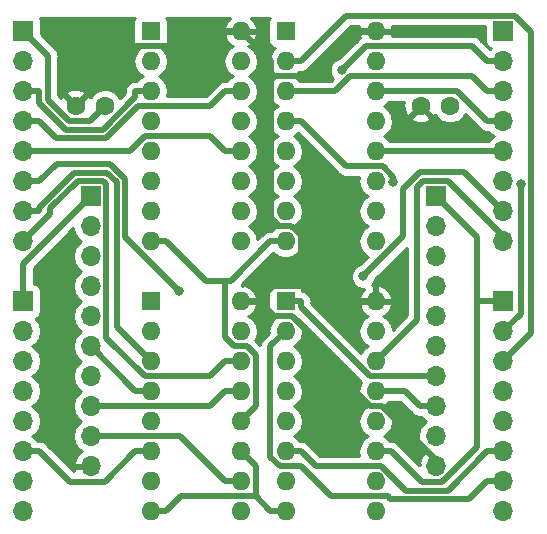
<source format=gbr>
G04 #@! TF.GenerationSoftware,KiCad,Pcbnew,(5.0.1-3-g963ef8bb5)*
G04 #@! TF.CreationDate,2019-11-01T03:37:21+09:00*
G04 #@! TF.ProjectId,DDAC8SEXT,4444414338534558542E6B696361645F,rev?*
G04 #@! TF.SameCoordinates,Original*
G04 #@! TF.FileFunction,Copper,L1,Top,Signal*
G04 #@! TF.FilePolarity,Positive*
%FSLAX46Y46*%
G04 Gerber Fmt 4.6, Leading zero omitted, Abs format (unit mm)*
G04 Created by KiCad (PCBNEW (5.0.1-3-g963ef8bb5)) date 2019 November 01, Friday 03:37:21*
%MOMM*%
%LPD*%
G01*
G04 APERTURE LIST*
G04 #@! TA.AperFunction,ComponentPad*
%ADD10C,1.600000*%
G04 #@! TD*
G04 #@! TA.AperFunction,ComponentPad*
%ADD11R,1.700000X1.700000*%
G04 #@! TD*
G04 #@! TA.AperFunction,ComponentPad*
%ADD12O,1.700000X1.700000*%
G04 #@! TD*
G04 #@! TA.AperFunction,ComponentPad*
%ADD13R,1.600000X1.600000*%
G04 #@! TD*
G04 #@! TA.AperFunction,ComponentPad*
%ADD14O,1.600000X1.600000*%
G04 #@! TD*
G04 #@! TA.AperFunction,ViaPad*
%ADD15C,0.800000*%
G04 #@! TD*
G04 #@! TA.AperFunction,Conductor*
%ADD16C,0.500000*%
G04 #@! TD*
G04 #@! TA.AperFunction,Conductor*
%ADD17C,0.254000*%
G04 #@! TD*
G04 APERTURE END LIST*
D10*
G04 #@! TO.P,C1,1*
G04 #@! TO.N,+5V*
X100965000Y-83185000D03*
G04 #@! TO.P,C1,2*
G04 #@! TO.N,GND*
X103465000Y-83185000D03*
G04 #@! TD*
G04 #@! TO.P,C2,2*
G04 #@! TO.N,GND*
X132675000Y-83185000D03*
G04 #@! TO.P,C2,1*
G04 #@! TO.N,+5V*
X130175000Y-83185000D03*
G04 #@! TD*
D11*
G04 #@! TO.P,J1,1*
G04 #@! TO.N,GND*
X102235000Y-90805000D03*
D12*
G04 #@! TO.P,J1,2*
G04 #@! TO.N,/L0*
X102235000Y-93345000D03*
G04 #@! TO.P,J1,3*
G04 #@! TO.N,/L1*
X102235000Y-95885000D03*
G04 #@! TO.P,J1,4*
G04 #@! TO.N,/L2*
X102235000Y-98425000D03*
G04 #@! TO.P,J1,5*
G04 #@! TO.N,/L3*
X102235000Y-100965000D03*
G04 #@! TO.P,J1,6*
G04 #@! TO.N,/L4*
X102235000Y-103505000D03*
G04 #@! TO.P,J1,7*
G04 #@! TO.N,/L5*
X102235000Y-106045000D03*
G04 #@! TO.P,J1,8*
G04 #@! TO.N,/L6*
X102235000Y-108585000D03*
G04 #@! TO.P,J1,9*
G04 #@! TO.N,/L7*
X102235000Y-111125000D03*
G04 #@! TO.P,J1,10*
G04 #@! TO.N,+5V*
X102235000Y-113665000D03*
G04 #@! TD*
D11*
G04 #@! TO.P,J2,1*
G04 #@! TO.N,GND*
X96520000Y-76835000D03*
D12*
G04 #@! TO.P,J2,2*
G04 #@! TO.N,/A0*
X96520000Y-79375000D03*
G04 #@! TO.P,J2,3*
G04 #@! TO.N,/A1*
X96520000Y-81915000D03*
G04 #@! TO.P,J2,4*
G04 #@! TO.N,/A2*
X96520000Y-84455000D03*
G04 #@! TO.P,J2,5*
G04 #@! TO.N,/A3*
X96520000Y-86995000D03*
G04 #@! TO.P,J2,6*
G04 #@! TO.N,/A4*
X96520000Y-89535000D03*
G04 #@! TO.P,J2,7*
G04 #@! TO.N,/A5*
X96520000Y-92075000D03*
G04 #@! TO.P,J2,8*
G04 #@! TO.N,/A6*
X96520000Y-94615000D03*
G04 #@! TD*
G04 #@! TO.P,J3,8*
G04 #@! TO.N,/B6*
X96520000Y-117475000D03*
G04 #@! TO.P,J3,7*
G04 #@! TO.N,/B5*
X96520000Y-114935000D03*
G04 #@! TO.P,J3,6*
G04 #@! TO.N,/B4*
X96520000Y-112395000D03*
G04 #@! TO.P,J3,5*
G04 #@! TO.N,/B3*
X96520000Y-109855000D03*
G04 #@! TO.P,J3,4*
G04 #@! TO.N,/B2*
X96520000Y-107315000D03*
G04 #@! TO.P,J3,3*
G04 #@! TO.N,/B1*
X96520000Y-104775000D03*
G04 #@! TO.P,J3,2*
G04 #@! TO.N,/B0*
X96520000Y-102235000D03*
D11*
G04 #@! TO.P,J3,1*
G04 #@! TO.N,GND*
X96520000Y-99695000D03*
G04 #@! TD*
D12*
G04 #@! TO.P,J4,10*
G04 #@! TO.N,+5V*
X131445000Y-113665000D03*
G04 #@! TO.P,J4,9*
G04 #@! TO.N,/R7*
X131445000Y-111125000D03*
G04 #@! TO.P,J4,8*
G04 #@! TO.N,/R6*
X131445000Y-108585000D03*
G04 #@! TO.P,J4,7*
G04 #@! TO.N,/R5*
X131445000Y-106045000D03*
G04 #@! TO.P,J4,6*
G04 #@! TO.N,/R4*
X131445000Y-103505000D03*
G04 #@! TO.P,J4,5*
G04 #@! TO.N,/R3*
X131445000Y-100965000D03*
G04 #@! TO.P,J4,4*
G04 #@! TO.N,/R2*
X131445000Y-98425000D03*
G04 #@! TO.P,J4,3*
G04 #@! TO.N,/R1*
X131445000Y-95885000D03*
G04 #@! TO.P,J4,2*
G04 #@! TO.N,/R0*
X131445000Y-93345000D03*
D11*
G04 #@! TO.P,J4,1*
G04 #@! TO.N,GND*
X131445000Y-90805000D03*
G04 #@! TD*
G04 #@! TO.P,J5,1*
G04 #@! TO.N,GND*
X137160000Y-76835000D03*
D12*
G04 #@! TO.P,J5,2*
G04 #@! TO.N,/C0*
X137160000Y-79375000D03*
G04 #@! TO.P,J5,3*
G04 #@! TO.N,/C1*
X137160000Y-81915000D03*
G04 #@! TO.P,J5,4*
G04 #@! TO.N,/C2*
X137160000Y-84455000D03*
G04 #@! TO.P,J5,5*
G04 #@! TO.N,/C3*
X137160000Y-86995000D03*
G04 #@! TO.P,J5,6*
G04 #@! TO.N,/C4*
X137160000Y-89535000D03*
G04 #@! TO.P,J5,7*
G04 #@! TO.N,/C5*
X137160000Y-92075000D03*
G04 #@! TO.P,J5,8*
G04 #@! TO.N,/C6*
X137160000Y-94615000D03*
G04 #@! TD*
G04 #@! TO.P,J6,8*
G04 #@! TO.N,/D6*
X137160000Y-117475000D03*
G04 #@! TO.P,J6,7*
G04 #@! TO.N,/D5*
X137160000Y-114935000D03*
G04 #@! TO.P,J6,6*
G04 #@! TO.N,/D4*
X137160000Y-112395000D03*
G04 #@! TO.P,J6,5*
G04 #@! TO.N,/D3*
X137160000Y-109855000D03*
G04 #@! TO.P,J6,4*
G04 #@! TO.N,/D2*
X137160000Y-107315000D03*
G04 #@! TO.P,J6,3*
G04 #@! TO.N,/D1*
X137160000Y-104775000D03*
G04 #@! TO.P,J6,2*
G04 #@! TO.N,/D0*
X137160000Y-102235000D03*
D11*
G04 #@! TO.P,J6,1*
G04 #@! TO.N,GND*
X137160000Y-99695000D03*
G04 #@! TD*
D13*
G04 #@! TO.P,U1,1*
G04 #@! TO.N,/L1*
X107315000Y-76835000D03*
D14*
G04 #@! TO.P,U1,9*
G04 #@! TO.N,/LC*
X114935000Y-94615000D03*
G04 #@! TO.P,U1,2*
G04 #@! TO.N,/B1*
X107315000Y-79375000D03*
G04 #@! TO.P,U1,10*
G04 #@! TO.N,/L3*
X114935000Y-92075000D03*
G04 #@! TO.P,U1,3*
G04 #@! TO.N,/A1*
X107315000Y-81915000D03*
G04 #@! TO.P,U1,11*
G04 #@! TO.N,/B3*
X114935000Y-89535000D03*
G04 #@! TO.P,U1,4*
G04 #@! TO.N,/L0*
X107315000Y-84455000D03*
G04 #@! TO.P,U1,12*
G04 #@! TO.N,/A3*
X114935000Y-86995000D03*
G04 #@! TO.P,U1,5*
G04 #@! TO.N,/A0*
X107315000Y-86995000D03*
G04 #@! TO.P,U1,13*
G04 #@! TO.N,/L2*
X114935000Y-84455000D03*
G04 #@! TO.P,U1,6*
G04 #@! TO.N,/B0*
X107315000Y-89535000D03*
G04 #@! TO.P,U1,14*
G04 #@! TO.N,/A2*
X114935000Y-81915000D03*
G04 #@! TO.P,U1,7*
G04 #@! TO.N,GND*
X107315000Y-92075000D03*
G04 #@! TO.P,U1,15*
G04 #@! TO.N,/B2*
X114935000Y-79375000D03*
G04 #@! TO.P,U1,8*
G04 #@! TO.N,GND*
X107315000Y-94615000D03*
G04 #@! TO.P,U1,16*
G04 #@! TO.N,+5V*
X114935000Y-76835000D03*
G04 #@! TD*
G04 #@! TO.P,U2,16*
G04 #@! TO.N,+5V*
X114935000Y-99695000D03*
G04 #@! TO.P,U2,8*
G04 #@! TO.N,GND*
X107315000Y-117475000D03*
G04 #@! TO.P,U2,15*
G04 #@! TO.N,/B6*
X114935000Y-102235000D03*
G04 #@! TO.P,U2,7*
G04 #@! TO.N,/LC*
X107315000Y-114935000D03*
G04 #@! TO.P,U2,14*
G04 #@! TO.N,/A6*
X114935000Y-104775000D03*
G04 #@! TO.P,U2,6*
G04 #@! TO.N,/B4*
X107315000Y-112395000D03*
G04 #@! TO.P,U2,13*
G04 #@! TO.N,/L6*
X114935000Y-107315000D03*
G04 #@! TO.P,U2,5*
G04 #@! TO.N,/A4*
X107315000Y-109855000D03*
G04 #@! TO.P,U2,12*
G04 #@! TO.N,GND*
X114935000Y-109855000D03*
G04 #@! TO.P,U2,4*
G04 #@! TO.N,/L4*
X107315000Y-107315000D03*
G04 #@! TO.P,U2,11*
G04 #@! TO.N,GND*
X114935000Y-112395000D03*
G04 #@! TO.P,U2,3*
G04 #@! TO.N,/A5*
X107315000Y-104775000D03*
G04 #@! TO.P,U2,10*
G04 #@! TO.N,/L7*
X114935000Y-114935000D03*
G04 #@! TO.P,U2,2*
G04 #@! TO.N,/B5*
X107315000Y-102235000D03*
G04 #@! TO.P,U2,9*
G04 #@! TO.N,N/C*
X114935000Y-117475000D03*
D13*
G04 #@! TO.P,U2,1*
G04 #@! TO.N,/L5*
X107315000Y-99695000D03*
G04 #@! TD*
G04 #@! TO.P,U3,1*
G04 #@! TO.N,/R1*
X118745000Y-76835000D03*
D14*
G04 #@! TO.P,U3,9*
G04 #@! TO.N,/RC*
X126365000Y-94615000D03*
G04 #@! TO.P,U3,2*
G04 #@! TO.N,/D1*
X118745000Y-79375000D03*
G04 #@! TO.P,U3,10*
G04 #@! TO.N,/R3*
X126365000Y-92075000D03*
G04 #@! TO.P,U3,3*
G04 #@! TO.N,/C1*
X118745000Y-81915000D03*
G04 #@! TO.P,U3,11*
G04 #@! TO.N,/D3*
X126365000Y-89535000D03*
G04 #@! TO.P,U3,4*
G04 #@! TO.N,/R0*
X118745000Y-84455000D03*
G04 #@! TO.P,U3,12*
G04 #@! TO.N,/C3*
X126365000Y-86995000D03*
G04 #@! TO.P,U3,5*
G04 #@! TO.N,/C0*
X118745000Y-86995000D03*
G04 #@! TO.P,U3,13*
G04 #@! TO.N,/R2*
X126365000Y-84455000D03*
G04 #@! TO.P,U3,6*
G04 #@! TO.N,/D0*
X118745000Y-89535000D03*
G04 #@! TO.P,U3,14*
G04 #@! TO.N,/C2*
X126365000Y-81915000D03*
G04 #@! TO.P,U3,7*
G04 #@! TO.N,GND*
X118745000Y-92075000D03*
G04 #@! TO.P,U3,15*
G04 #@! TO.N,/D2*
X126365000Y-79375000D03*
G04 #@! TO.P,U3,8*
G04 #@! TO.N,GND*
X118745000Y-94615000D03*
G04 #@! TO.P,U3,16*
G04 #@! TO.N,+5V*
X126365000Y-76835000D03*
G04 #@! TD*
G04 #@! TO.P,U4,16*
G04 #@! TO.N,+5V*
X126365000Y-99695000D03*
G04 #@! TO.P,U4,8*
G04 #@! TO.N,GND*
X118745000Y-117475000D03*
G04 #@! TO.P,U4,15*
G04 #@! TO.N,/D6*
X126365000Y-102235000D03*
G04 #@! TO.P,U4,7*
G04 #@! TO.N,/RC*
X118745000Y-114935000D03*
G04 #@! TO.P,U4,14*
G04 #@! TO.N,/C6*
X126365000Y-104775000D03*
G04 #@! TO.P,U4,6*
G04 #@! TO.N,/D4*
X118745000Y-112395000D03*
G04 #@! TO.P,U4,13*
G04 #@! TO.N,/R6*
X126365000Y-107315000D03*
G04 #@! TO.P,U4,5*
G04 #@! TO.N,/C4*
X118745000Y-109855000D03*
G04 #@! TO.P,U4,12*
G04 #@! TO.N,GND*
X126365000Y-109855000D03*
G04 #@! TO.P,U4,4*
G04 #@! TO.N,/R4*
X118745000Y-107315000D03*
G04 #@! TO.P,U4,11*
G04 #@! TO.N,GND*
X126365000Y-112395000D03*
G04 #@! TO.P,U4,3*
G04 #@! TO.N,/C5*
X118745000Y-104775000D03*
G04 #@! TO.P,U4,10*
G04 #@! TO.N,/R7*
X126365000Y-114935000D03*
G04 #@! TO.P,U4,2*
G04 #@! TO.N,/D5*
X118745000Y-102235000D03*
G04 #@! TO.P,U4,9*
G04 #@! TO.N,N/C*
X126365000Y-117475000D03*
D13*
G04 #@! TO.P,U4,1*
G04 #@! TO.N,/R5*
X118745000Y-99695000D03*
G04 #@! TD*
D15*
G04 #@! TO.N,/A4*
X109761300Y-98826500D03*
G04 #@! TO.N,/R0*
X127875000Y-89572100D03*
G04 #@! TO.N,/C0*
X123510400Y-80135900D03*
G04 #@! TO.N,/C5*
X125312600Y-97598900D03*
G04 #@! TO.N,/D0*
X138646800Y-89767700D03*
G04 #@! TD*
D16*
G04 #@! TO.N,+5V*
X117488500Y-80645000D02*
X117488500Y-79388500D01*
X117488500Y-79388500D02*
X114935000Y-76835000D01*
X125065000Y-76835000D02*
X121255000Y-80645000D01*
X121255000Y-80645000D02*
X117488500Y-80645000D01*
X120012200Y-98444700D02*
X120012200Y-94113300D01*
X120012200Y-94113300D02*
X119243900Y-93345000D01*
X119243900Y-93345000D02*
X118150600Y-93345000D01*
X118150600Y-93345000D02*
X117488500Y-92682900D01*
X117488500Y-92682900D02*
X117488500Y-80645000D01*
X126365000Y-76835000D02*
X125065000Y-76835000D01*
X120012200Y-98444700D02*
X117719800Y-98444700D01*
X117719800Y-98444700D02*
X116860200Y-99304300D01*
X116860200Y-99304300D02*
X116860200Y-99695000D01*
X125065000Y-99695000D02*
X123814700Y-98444700D01*
X123814700Y-98444700D02*
X120012200Y-98444700D01*
X116860200Y-99695000D02*
X116860200Y-100047100D01*
X116860200Y-100047100D02*
X117758500Y-100945400D01*
X117758500Y-100945400D02*
X119292300Y-100945400D01*
X119292300Y-100945400D02*
X122574600Y-104227700D01*
X122574600Y-104227700D02*
X122574600Y-105293500D01*
X122574600Y-105293500D02*
X125866100Y-108585000D01*
X125866100Y-108585000D02*
X126903800Y-108585000D01*
X126903800Y-108585000D02*
X131445000Y-113126200D01*
X131445000Y-113126200D02*
X131445000Y-113665000D01*
X116860200Y-99695000D02*
X116235000Y-99695000D01*
X114935000Y-99695000D02*
X116235000Y-99695000D01*
X126365000Y-99695000D02*
X125065000Y-99695000D01*
X114935000Y-76835000D02*
X113635000Y-76835000D01*
X100965000Y-83185000D02*
X106064600Y-78085400D01*
X106064600Y-78085400D02*
X112384600Y-78085400D01*
X112384600Y-78085400D02*
X113635000Y-76835000D01*
G04 #@! TO.N,GND*
X118745000Y-94615000D02*
X117445000Y-94615000D01*
X113656300Y-97976100D02*
X111976100Y-97976100D01*
X111976100Y-97976100D02*
X108615000Y-94615000D01*
X117445000Y-94615000D02*
X114083900Y-97976100D01*
X114083900Y-97976100D02*
X113656300Y-97976100D01*
X114935000Y-109855000D02*
X116207300Y-108582700D01*
X116207300Y-108582700D02*
X116207300Y-104248100D01*
X116207300Y-104248100D02*
X115464200Y-103505000D01*
X115464200Y-103505000D02*
X114415900Y-103505000D01*
X114415900Y-103505000D02*
X113656300Y-102745400D01*
X113656300Y-102745400D02*
X113656300Y-97976100D01*
X107315000Y-94615000D02*
X108615000Y-94615000D01*
X116205000Y-116205000D02*
X109885000Y-116205000D01*
X109885000Y-116205000D02*
X108615000Y-117475000D01*
X117445000Y-117475000D02*
X117445000Y-117445000D01*
X117445000Y-117445000D02*
X116205000Y-116205000D01*
X116205000Y-116205000D02*
X116205000Y-113665000D01*
X116205000Y-113665000D02*
X114935000Y-112395000D01*
X118745000Y-117475000D02*
X117445000Y-117475000D01*
X107315000Y-117475000D02*
X108615000Y-117475000D01*
X134937500Y-99695000D02*
X134937500Y-94297500D01*
X134937500Y-94297500D02*
X131445000Y-90805000D01*
X127665000Y-112395000D02*
X130296200Y-115026200D01*
X130296200Y-115026200D02*
X131964800Y-115026200D01*
X131964800Y-115026200D02*
X134937500Y-112053500D01*
X134937500Y-112053500D02*
X134937500Y-99695000D01*
X134937500Y-99695000D02*
X135810000Y-99695000D01*
X137160000Y-99695000D02*
X135810000Y-99695000D01*
X103465000Y-83185000D02*
X102195100Y-84454900D01*
X102195100Y-84454900D02*
X100446100Y-84454900D01*
X100446100Y-84454900D02*
X98623800Y-82632600D01*
X98623800Y-82632600D02*
X98623800Y-78938800D01*
X98623800Y-78938800D02*
X96520000Y-76835000D01*
X126365000Y-112395000D02*
X127665000Y-112395000D01*
X96520000Y-98345000D02*
X96520000Y-96520000D01*
X96520000Y-96520000D02*
X102235000Y-90805000D01*
X96520000Y-99695000D02*
X96520000Y-98345000D01*
G04 #@! TO.N,/L4*
X107315000Y-107315000D02*
X106015000Y-107315000D01*
X106015000Y-107315000D02*
X106015000Y-107285000D01*
X106015000Y-107285000D02*
X102235000Y-103505000D01*
G04 #@! TO.N,/L6*
X114935000Y-107315000D02*
X113635000Y-107315000D01*
X113635000Y-107315000D02*
X112365000Y-108585000D01*
X112365000Y-108585000D02*
X102235000Y-108585000D01*
G04 #@! TO.N,/L7*
X114935000Y-114935000D02*
X113635000Y-114935000D01*
X113635000Y-114935000D02*
X109825000Y-111125000D01*
X109825000Y-111125000D02*
X102235000Y-111125000D01*
G04 #@! TO.N,/A1*
X106015000Y-81915000D02*
X106015000Y-82420800D01*
X106015000Y-82420800D02*
X103276200Y-85159600D01*
X103276200Y-85159600D02*
X100159900Y-85159600D01*
X100159900Y-85159600D02*
X97870000Y-82869700D01*
X97870000Y-82869700D02*
X97870000Y-81915000D01*
X96520000Y-81915000D02*
X97870000Y-81915000D01*
X107315000Y-81915000D02*
X106015000Y-81915000D01*
G04 #@! TO.N,/A2*
X113635000Y-81915000D02*
X112365000Y-83185000D01*
X112365000Y-83185000D02*
X106241300Y-83185000D01*
X106241300Y-83185000D02*
X103551000Y-85875300D01*
X103551000Y-85875300D02*
X99290300Y-85875300D01*
X99290300Y-85875300D02*
X97870000Y-84455000D01*
X114935000Y-81915000D02*
X113635000Y-81915000D01*
X96520000Y-84455000D02*
X97870000Y-84455000D01*
G04 #@! TO.N,/A3*
X114935000Y-86995000D02*
X113635000Y-86995000D01*
X113635000Y-86995000D02*
X112355800Y-85715800D01*
X112355800Y-85715800D02*
X106825800Y-85715800D01*
X106825800Y-85715800D02*
X105546600Y-86995000D01*
X105546600Y-86995000D02*
X96520000Y-86995000D01*
G04 #@! TO.N,/A4*
X97870000Y-89535000D02*
X99365800Y-88039200D01*
X99365800Y-88039200D02*
X103839100Y-88039200D01*
X103839100Y-88039200D02*
X105134100Y-89334200D01*
X105134100Y-89334200D02*
X105134100Y-94221900D01*
X105134100Y-94221900D02*
X109738700Y-98826500D01*
X109738700Y-98826500D02*
X109761300Y-98826500D01*
X96520000Y-89535000D02*
X97870000Y-89535000D01*
G04 #@! TO.N,/A5*
X96520000Y-92075000D02*
X97870000Y-92075000D01*
X107315000Y-104775000D02*
X104433700Y-101893700D01*
X104433700Y-101893700D02*
X104433700Y-89624300D01*
X104433700Y-89624300D02*
X103604300Y-88794900D01*
X103604300Y-88794900D02*
X100870400Y-88794900D01*
X100870400Y-88794900D02*
X97870000Y-91795300D01*
X97870000Y-91795300D02*
X97870000Y-92075000D01*
G04 #@! TO.N,/A6*
X114935000Y-104775000D02*
X113635000Y-104775000D01*
X113635000Y-104775000D02*
X112365000Y-106045000D01*
X112365000Y-106045000D02*
X106812100Y-106045000D01*
X106812100Y-106045000D02*
X103574300Y-102807200D01*
X103574300Y-102807200D02*
X103574300Y-89767900D01*
X103574300Y-89767900D02*
X103311000Y-89504600D01*
X103311000Y-89504600D02*
X101151200Y-89504600D01*
X101151200Y-89504600D02*
X98816700Y-91839100D01*
X98816700Y-91839100D02*
X98816700Y-92318300D01*
X98816700Y-92318300D02*
X96520000Y-94615000D01*
G04 #@! TO.N,/B4*
X96520000Y-112395000D02*
X97870000Y-112395000D01*
X107315000Y-112395000D02*
X106015000Y-112395000D01*
X106015000Y-112395000D02*
X103419300Y-114990700D01*
X103419300Y-114990700D02*
X100465700Y-114990700D01*
X100465700Y-114990700D02*
X97870000Y-112395000D01*
G04 #@! TO.N,/R6*
X131445000Y-108585000D02*
X130095000Y-108585000D01*
X126365000Y-107315000D02*
X128825000Y-107315000D01*
X128825000Y-107315000D02*
X130095000Y-108585000D01*
G04 #@! TO.N,/R5*
X118745000Y-99695000D02*
X120045000Y-99695000D01*
X120045000Y-99695000D02*
X120045000Y-100223400D01*
X120045000Y-100223400D02*
X125866600Y-106045000D01*
X125866600Y-106045000D02*
X131445000Y-106045000D01*
G04 #@! TO.N,/R0*
X118745000Y-84455000D02*
X120045000Y-84455000D01*
X120045000Y-84455000D02*
X123855000Y-88265000D01*
X123855000Y-88265000D02*
X126960700Y-88265000D01*
X126960700Y-88265000D02*
X127875000Y-89179300D01*
X127875000Y-89179300D02*
X127875000Y-89572100D01*
G04 #@! TO.N,/C0*
X137160000Y-79375000D02*
X135810000Y-79375000D01*
X123510400Y-80135900D02*
X125541200Y-78105100D01*
X125541200Y-78105100D02*
X134540100Y-78105100D01*
X134540100Y-78105100D02*
X135810000Y-79375000D01*
G04 #@! TO.N,/C1*
X120045000Y-81915000D02*
X122933900Y-81915000D01*
X122933900Y-81915000D02*
X124203800Y-80645100D01*
X124203800Y-80645100D02*
X134540100Y-80645100D01*
X134540100Y-80645100D02*
X135810000Y-81915000D01*
X137160000Y-81915000D02*
X135810000Y-81915000D01*
X118745000Y-81915000D02*
X120045000Y-81915000D01*
G04 #@! TO.N,/C2*
X137160000Y-84455000D02*
X135810000Y-84455000D01*
X126365000Y-81915000D02*
X133270000Y-81915000D01*
X133270000Y-81915000D02*
X135810000Y-84455000D01*
G04 #@! TO.N,/C3*
X135810000Y-86995000D02*
X127665000Y-86995000D01*
X137160000Y-86995000D02*
X135810000Y-86995000D01*
X126365000Y-86995000D02*
X127665000Y-86995000D01*
G04 #@! TO.N,/C5*
X125312600Y-97598900D02*
X128725400Y-94186100D01*
X128725400Y-94186100D02*
X128725400Y-90185600D01*
X128725400Y-90185600D02*
X130160000Y-88751000D01*
X130160000Y-88751000D02*
X133836000Y-88751000D01*
X133836000Y-88751000D02*
X137160000Y-92075000D01*
G04 #@! TO.N,/C6*
X126365000Y-104775000D02*
X129890700Y-101249300D01*
X129890700Y-101249300D02*
X129890700Y-90020000D01*
X129890700Y-90020000D02*
X130411200Y-89499500D01*
X130411200Y-89499500D02*
X132499500Y-89499500D01*
X132499500Y-89499500D02*
X137160000Y-94160000D01*
X137160000Y-94160000D02*
X137160000Y-94615000D01*
G04 #@! TO.N,/D5*
X137160000Y-114935000D02*
X135810000Y-114935000D01*
X118745000Y-102235000D02*
X117455000Y-103525000D01*
X117455000Y-103525000D02*
X117455000Y-112879900D01*
X117455000Y-112879900D02*
X118240100Y-113665000D01*
X118240100Y-113665000D02*
X120034600Y-113665000D01*
X120034600Y-113665000D02*
X122574600Y-116205000D01*
X122574600Y-116205000D02*
X127386100Y-116205000D01*
X127386100Y-116205000D02*
X127615400Y-116434300D01*
X127615400Y-116434300D02*
X134310700Y-116434300D01*
X134310700Y-116434300D02*
X135810000Y-114935000D01*
G04 #@! TO.N,/D4*
X137160000Y-112395000D02*
X135810000Y-112395000D01*
X118745000Y-112395000D02*
X120045000Y-112395000D01*
X120045000Y-112395000D02*
X121315000Y-113665000D01*
X121315000Y-113665000D02*
X126866700Y-113665000D01*
X126866700Y-113665000D02*
X128935600Y-115733900D01*
X128935600Y-115733900D02*
X132471100Y-115733900D01*
X132471100Y-115733900D02*
X135810000Y-112395000D01*
G04 #@! TO.N,/D1*
X118745000Y-79375000D02*
X120045000Y-79375000D01*
X120045000Y-79375000D02*
X123892100Y-75527900D01*
X123892100Y-75527900D02*
X138197900Y-75527900D01*
X138197900Y-75527900D02*
X139533500Y-76863500D01*
X139533500Y-76863500D02*
X139533500Y-102401500D01*
X139533500Y-102401500D02*
X137160000Y-104775000D01*
G04 #@! TO.N,/D0*
X138646800Y-89767700D02*
X138646800Y-100748200D01*
X138646800Y-100748200D02*
X137160000Y-102235000D01*
G04 #@! TD*
D17*
G04 #@! TO.N,+5V*
G36*
X100836161Y-93924418D02*
X101164375Y-94415625D01*
X101462761Y-94615000D01*
X101164375Y-94814375D01*
X100836161Y-95305582D01*
X100720908Y-95885000D01*
X100836161Y-96464418D01*
X101164375Y-96955625D01*
X101462761Y-97155000D01*
X101164375Y-97354375D01*
X100836161Y-97845582D01*
X100720908Y-98425000D01*
X100836161Y-99004418D01*
X101164375Y-99495625D01*
X101462761Y-99695000D01*
X101164375Y-99894375D01*
X100836161Y-100385582D01*
X100720908Y-100965000D01*
X100836161Y-101544418D01*
X101164375Y-102035625D01*
X101462761Y-102235000D01*
X101164375Y-102434375D01*
X100836161Y-102925582D01*
X100720908Y-103505000D01*
X100836161Y-104084418D01*
X101164375Y-104575625D01*
X101462761Y-104775000D01*
X101164375Y-104974375D01*
X100836161Y-105465582D01*
X100720908Y-106045000D01*
X100836161Y-106624418D01*
X101164375Y-107115625D01*
X101462761Y-107315000D01*
X101164375Y-107514375D01*
X100836161Y-108005582D01*
X100720908Y-108585000D01*
X100836161Y-109164418D01*
X101164375Y-109655625D01*
X101462761Y-109855000D01*
X101164375Y-110054375D01*
X100836161Y-110545582D01*
X100720908Y-111125000D01*
X100836161Y-111704418D01*
X101164375Y-112195625D01*
X101483478Y-112408843D01*
X101353642Y-112469817D01*
X100963355Y-112898076D01*
X100793524Y-113308110D01*
X100914845Y-113538000D01*
X102108000Y-113538000D01*
X102108000Y-113518000D01*
X102362000Y-113518000D01*
X102362000Y-113538000D01*
X102382000Y-113538000D01*
X102382000Y-113792000D01*
X102362000Y-113792000D01*
X102362000Y-113812000D01*
X102108000Y-113812000D01*
X102108000Y-113792000D01*
X100914845Y-113792000D01*
X100793524Y-114021890D01*
X100825379Y-114098800D01*
X98557425Y-111830847D01*
X98508049Y-111756951D01*
X98215310Y-111561348D01*
X97957165Y-111510000D01*
X97957161Y-111510000D01*
X97870000Y-111492663D01*
X97782839Y-111510000D01*
X97714656Y-111510000D01*
X97590625Y-111324375D01*
X97292239Y-111125000D01*
X97590625Y-110925625D01*
X97918839Y-110434418D01*
X98034092Y-109855000D01*
X97918839Y-109275582D01*
X97590625Y-108784375D01*
X97292239Y-108585000D01*
X97590625Y-108385625D01*
X97918839Y-107894418D01*
X98034092Y-107315000D01*
X97918839Y-106735582D01*
X97590625Y-106244375D01*
X97292239Y-106045000D01*
X97590625Y-105845625D01*
X97918839Y-105354418D01*
X98034092Y-104775000D01*
X97918839Y-104195582D01*
X97590625Y-103704375D01*
X97292239Y-103505000D01*
X97590625Y-103305625D01*
X97918839Y-102814418D01*
X98034092Y-102235000D01*
X97918839Y-101655582D01*
X97590625Y-101164375D01*
X97572381Y-101152184D01*
X97617765Y-101143157D01*
X97827809Y-101002809D01*
X97968157Y-100792765D01*
X98017440Y-100545000D01*
X98017440Y-98845000D01*
X97968157Y-98597235D01*
X97827809Y-98387191D01*
X97617765Y-98246843D01*
X97405000Y-98204522D01*
X97405000Y-96886578D01*
X100758349Y-93533230D01*
X100836161Y-93924418D01*
X100836161Y-93924418D01*
G37*
X100836161Y-93924418D02*
X101164375Y-94415625D01*
X101462761Y-94615000D01*
X101164375Y-94814375D01*
X100836161Y-95305582D01*
X100720908Y-95885000D01*
X100836161Y-96464418D01*
X101164375Y-96955625D01*
X101462761Y-97155000D01*
X101164375Y-97354375D01*
X100836161Y-97845582D01*
X100720908Y-98425000D01*
X100836161Y-99004418D01*
X101164375Y-99495625D01*
X101462761Y-99695000D01*
X101164375Y-99894375D01*
X100836161Y-100385582D01*
X100720908Y-100965000D01*
X100836161Y-101544418D01*
X101164375Y-102035625D01*
X101462761Y-102235000D01*
X101164375Y-102434375D01*
X100836161Y-102925582D01*
X100720908Y-103505000D01*
X100836161Y-104084418D01*
X101164375Y-104575625D01*
X101462761Y-104775000D01*
X101164375Y-104974375D01*
X100836161Y-105465582D01*
X100720908Y-106045000D01*
X100836161Y-106624418D01*
X101164375Y-107115625D01*
X101462761Y-107315000D01*
X101164375Y-107514375D01*
X100836161Y-108005582D01*
X100720908Y-108585000D01*
X100836161Y-109164418D01*
X101164375Y-109655625D01*
X101462761Y-109855000D01*
X101164375Y-110054375D01*
X100836161Y-110545582D01*
X100720908Y-111125000D01*
X100836161Y-111704418D01*
X101164375Y-112195625D01*
X101483478Y-112408843D01*
X101353642Y-112469817D01*
X100963355Y-112898076D01*
X100793524Y-113308110D01*
X100914845Y-113538000D01*
X102108000Y-113538000D01*
X102108000Y-113518000D01*
X102362000Y-113518000D01*
X102362000Y-113538000D01*
X102382000Y-113538000D01*
X102382000Y-113792000D01*
X102362000Y-113792000D01*
X102362000Y-113812000D01*
X102108000Y-113812000D01*
X102108000Y-113792000D01*
X100914845Y-113792000D01*
X100793524Y-114021890D01*
X100825379Y-114098800D01*
X98557425Y-111830847D01*
X98508049Y-111756951D01*
X98215310Y-111561348D01*
X97957165Y-111510000D01*
X97957161Y-111510000D01*
X97870000Y-111492663D01*
X97782839Y-111510000D01*
X97714656Y-111510000D01*
X97590625Y-111324375D01*
X97292239Y-111125000D01*
X97590625Y-110925625D01*
X97918839Y-110434418D01*
X98034092Y-109855000D01*
X97918839Y-109275582D01*
X97590625Y-108784375D01*
X97292239Y-108585000D01*
X97590625Y-108385625D01*
X97918839Y-107894418D01*
X98034092Y-107315000D01*
X97918839Y-106735582D01*
X97590625Y-106244375D01*
X97292239Y-106045000D01*
X97590625Y-105845625D01*
X97918839Y-105354418D01*
X98034092Y-104775000D01*
X97918839Y-104195582D01*
X97590625Y-103704375D01*
X97292239Y-103505000D01*
X97590625Y-103305625D01*
X97918839Y-102814418D01*
X98034092Y-102235000D01*
X97918839Y-101655582D01*
X97590625Y-101164375D01*
X97572381Y-101152184D01*
X97617765Y-101143157D01*
X97827809Y-101002809D01*
X97968157Y-100792765D01*
X98017440Y-100545000D01*
X98017440Y-98845000D01*
X97968157Y-98597235D01*
X97827809Y-98387191D01*
X97617765Y-98246843D01*
X97405000Y-98204522D01*
X97405000Y-96886578D01*
X100758349Y-93533230D01*
X100836161Y-93924418D01*
G36*
X131572000Y-113538000D02*
X131592000Y-113538000D01*
X131592000Y-113792000D01*
X131572000Y-113792000D01*
X131572000Y-113812000D01*
X131318000Y-113812000D01*
X131318000Y-113792000D01*
X131298000Y-113792000D01*
X131298000Y-113538000D01*
X131318000Y-113538000D01*
X131318000Y-113518000D01*
X131572000Y-113518000D01*
X131572000Y-113538000D01*
X131572000Y-113538000D01*
G37*
X131572000Y-113538000D02*
X131592000Y-113538000D01*
X131592000Y-113792000D01*
X131572000Y-113792000D01*
X131572000Y-113812000D01*
X131318000Y-113812000D01*
X131318000Y-113792000D01*
X131298000Y-113792000D01*
X131298000Y-113538000D01*
X131318000Y-113538000D01*
X131318000Y-113518000D01*
X131572000Y-113518000D01*
X131572000Y-113538000D01*
G36*
X129407577Y-109149156D02*
X129456951Y-109223049D01*
X129530844Y-109272423D01*
X129530845Y-109272424D01*
X129564769Y-109295091D01*
X129749690Y-109418652D01*
X130007835Y-109470000D01*
X130007839Y-109470000D01*
X130094999Y-109487337D01*
X130182159Y-109470000D01*
X130250344Y-109470000D01*
X130374375Y-109655625D01*
X130672761Y-109855000D01*
X130374375Y-110054375D01*
X130046161Y-110545582D01*
X129930908Y-111125000D01*
X130046161Y-111704418D01*
X130374375Y-112195625D01*
X130693478Y-112408843D01*
X130563642Y-112469817D01*
X130173355Y-112898076D01*
X130003524Y-113308110D01*
X130124844Y-113537998D01*
X130059577Y-113537998D01*
X128352425Y-111830847D01*
X128303049Y-111756951D01*
X128010310Y-111561348D01*
X127752165Y-111510000D01*
X127752161Y-111510000D01*
X127665000Y-111492663D01*
X127577839Y-111510000D01*
X127499521Y-111510000D01*
X127399577Y-111360423D01*
X127047242Y-111125000D01*
X127399577Y-110889577D01*
X127716740Y-110414909D01*
X127828113Y-109855000D01*
X127716740Y-109295091D01*
X127399577Y-108820423D01*
X127047242Y-108585000D01*
X127399577Y-108349577D01*
X127499521Y-108200000D01*
X128458422Y-108200000D01*
X129407577Y-109149156D01*
X129407577Y-109149156D01*
G37*
X129407577Y-109149156D02*
X129456951Y-109223049D01*
X129530844Y-109272423D01*
X129530845Y-109272424D01*
X129564769Y-109295091D01*
X129749690Y-109418652D01*
X130007835Y-109470000D01*
X130007839Y-109470000D01*
X130094999Y-109487337D01*
X130182159Y-109470000D01*
X130250344Y-109470000D01*
X130374375Y-109655625D01*
X130672761Y-109855000D01*
X130374375Y-110054375D01*
X130046161Y-110545582D01*
X129930908Y-111125000D01*
X130046161Y-111704418D01*
X130374375Y-112195625D01*
X130693478Y-112408843D01*
X130563642Y-112469817D01*
X130173355Y-112898076D01*
X130003524Y-113308110D01*
X130124844Y-113537998D01*
X130059577Y-113537998D01*
X128352425Y-111830847D01*
X128303049Y-111756951D01*
X128010310Y-111561348D01*
X127752165Y-111510000D01*
X127752161Y-111510000D01*
X127665000Y-111492663D01*
X127577839Y-111510000D01*
X127499521Y-111510000D01*
X127399577Y-111360423D01*
X127047242Y-111125000D01*
X127399577Y-110889577D01*
X127716740Y-110414909D01*
X127828113Y-109855000D01*
X127716740Y-109295091D01*
X127399577Y-108820423D01*
X127047242Y-108585000D01*
X127399577Y-108349577D01*
X127499521Y-108200000D01*
X128458422Y-108200000D01*
X129407577Y-109149156D01*
G36*
X125138170Y-106568149D02*
X125013260Y-106755091D01*
X124901887Y-107315000D01*
X125013260Y-107874909D01*
X125330423Y-108349577D01*
X125682758Y-108585000D01*
X125330423Y-108820423D01*
X125013260Y-109295091D01*
X124901887Y-109855000D01*
X125013260Y-110414909D01*
X125330423Y-110889577D01*
X125682758Y-111125000D01*
X125330423Y-111360423D01*
X125013260Y-111835091D01*
X124901887Y-112395000D01*
X124978468Y-112780000D01*
X121681579Y-112780000D01*
X120732425Y-111830847D01*
X120683049Y-111756951D01*
X120390310Y-111561348D01*
X120132165Y-111510000D01*
X120132161Y-111510000D01*
X120045000Y-111492663D01*
X119957839Y-111510000D01*
X119879521Y-111510000D01*
X119779577Y-111360423D01*
X119427242Y-111125000D01*
X119779577Y-110889577D01*
X120096740Y-110414909D01*
X120208113Y-109855000D01*
X120096740Y-109295091D01*
X119779577Y-108820423D01*
X119427242Y-108585000D01*
X119779577Y-108349577D01*
X120096740Y-107874909D01*
X120208113Y-107315000D01*
X120096740Y-106755091D01*
X119779577Y-106280423D01*
X119427242Y-106045000D01*
X119779577Y-105809577D01*
X120096740Y-105334909D01*
X120208113Y-104775000D01*
X120096740Y-104215091D01*
X119779577Y-103740423D01*
X119427242Y-103505000D01*
X119779577Y-103269577D01*
X120096740Y-102794909D01*
X120208113Y-102235000D01*
X120096740Y-101675091D01*
X119797966Y-101227944D01*
X125138170Y-106568149D01*
X125138170Y-106568149D01*
G37*
X125138170Y-106568149D02*
X125013260Y-106755091D01*
X124901887Y-107315000D01*
X125013260Y-107874909D01*
X125330423Y-108349577D01*
X125682758Y-108585000D01*
X125330423Y-108820423D01*
X125013260Y-109295091D01*
X124901887Y-109855000D01*
X125013260Y-110414909D01*
X125330423Y-110889577D01*
X125682758Y-111125000D01*
X125330423Y-111360423D01*
X125013260Y-111835091D01*
X124901887Y-112395000D01*
X124978468Y-112780000D01*
X121681579Y-112780000D01*
X120732425Y-111830847D01*
X120683049Y-111756951D01*
X120390310Y-111561348D01*
X120132165Y-111510000D01*
X120132161Y-111510000D01*
X120045000Y-111492663D01*
X119957839Y-111510000D01*
X119879521Y-111510000D01*
X119779577Y-111360423D01*
X119427242Y-111125000D01*
X119779577Y-110889577D01*
X120096740Y-110414909D01*
X120208113Y-109855000D01*
X120096740Y-109295091D01*
X119779577Y-108820423D01*
X119427242Y-108585000D01*
X119779577Y-108349577D01*
X120096740Y-107874909D01*
X120208113Y-107315000D01*
X120096740Y-106755091D01*
X119779577Y-106280423D01*
X119427242Y-106045000D01*
X119779577Y-105809577D01*
X120096740Y-105334909D01*
X120208113Y-104775000D01*
X120096740Y-104215091D01*
X119779577Y-103740423D01*
X119427242Y-103505000D01*
X119779577Y-103269577D01*
X120096740Y-102794909D01*
X120208113Y-102235000D01*
X120096740Y-101675091D01*
X119797966Y-101227944D01*
X125138170Y-106568149D01*
G36*
X123167577Y-88829156D02*
X123216951Y-88903049D01*
X123290844Y-88952423D01*
X123290845Y-88952424D01*
X123499937Y-89092135D01*
X123509690Y-89098652D01*
X123767835Y-89150000D01*
X123767839Y-89150000D01*
X123855000Y-89167337D01*
X123942161Y-89150000D01*
X124978468Y-89150000D01*
X124901887Y-89535000D01*
X125013260Y-90094909D01*
X125330423Y-90569577D01*
X125682758Y-90805000D01*
X125330423Y-91040423D01*
X125013260Y-91515091D01*
X124901887Y-92075000D01*
X125013260Y-92634909D01*
X125330423Y-93109577D01*
X125682758Y-93345000D01*
X125330423Y-93580423D01*
X125013260Y-94055091D01*
X124901887Y-94615000D01*
X125013260Y-95174909D01*
X125330423Y-95649577D01*
X125738006Y-95921915D01*
X125088453Y-96571469D01*
X124726320Y-96721469D01*
X124435169Y-97012620D01*
X124277600Y-97393026D01*
X124277600Y-97804774D01*
X124435169Y-98185180D01*
X124726320Y-98476331D01*
X125106726Y-98633900D01*
X125427170Y-98633900D01*
X125133959Y-98957577D01*
X124973096Y-99345961D01*
X125095085Y-99568000D01*
X126238000Y-99568000D01*
X126238000Y-98424371D01*
X126492000Y-98424371D01*
X126492000Y-99568000D01*
X127634915Y-99568000D01*
X127756904Y-99345961D01*
X127596041Y-98957577D01*
X127220134Y-98542611D01*
X126714041Y-98303086D01*
X126492000Y-98424371D01*
X126238000Y-98424371D01*
X126052284Y-98322927D01*
X126190031Y-98185180D01*
X126340031Y-97823047D01*
X129005701Y-95157378D01*
X129005700Y-100882721D01*
X127799130Y-102089292D01*
X127716740Y-101675091D01*
X127399577Y-101200423D01*
X127015892Y-100944053D01*
X127220134Y-100847389D01*
X127596041Y-100432423D01*
X127756904Y-100044039D01*
X127634915Y-99822000D01*
X126492000Y-99822000D01*
X126492000Y-99842000D01*
X126238000Y-99842000D01*
X126238000Y-99822000D01*
X125095085Y-99822000D01*
X124973096Y-100044039D01*
X125133959Y-100432423D01*
X125509866Y-100847389D01*
X125714108Y-100944053D01*
X125330423Y-101200423D01*
X125013260Y-101675091D01*
X124901887Y-102235000D01*
X125013260Y-102794909D01*
X125330423Y-103269577D01*
X125682758Y-103505000D01*
X125330423Y-103740423D01*
X125123413Y-104050235D01*
X120930000Y-99856822D01*
X120930000Y-99782164D01*
X120947338Y-99695000D01*
X120921711Y-99566161D01*
X120878652Y-99349690D01*
X120683049Y-99056951D01*
X120534326Y-98957577D01*
X120390310Y-98861348D01*
X120177319Y-98818982D01*
X120143157Y-98647235D01*
X120002809Y-98437191D01*
X119792765Y-98296843D01*
X119545000Y-98247560D01*
X117945000Y-98247560D01*
X117697235Y-98296843D01*
X117487191Y-98437191D01*
X117346843Y-98647235D01*
X117297560Y-98895000D01*
X117297560Y-100495000D01*
X117346843Y-100742765D01*
X117487191Y-100952809D01*
X117697235Y-101093157D01*
X117831106Y-101119785D01*
X117710423Y-101200423D01*
X117393260Y-101675091D01*
X117281887Y-102235000D01*
X117316983Y-102411439D01*
X116890847Y-102837575D01*
X116816951Y-102886951D01*
X116621348Y-103179691D01*
X116583043Y-103372264D01*
X116174166Y-102963388D01*
X116286740Y-102794909D01*
X116398113Y-102235000D01*
X116286740Y-101675091D01*
X115969577Y-101200423D01*
X115585892Y-100944053D01*
X115790134Y-100847389D01*
X116166041Y-100432423D01*
X116326904Y-100044039D01*
X116204915Y-99822000D01*
X115062000Y-99822000D01*
X115062000Y-99842000D01*
X114808000Y-99842000D01*
X114808000Y-99822000D01*
X114788000Y-99822000D01*
X114788000Y-99568000D01*
X114808000Y-99568000D01*
X114808000Y-99548000D01*
X115062000Y-99548000D01*
X115062000Y-99568000D01*
X116204915Y-99568000D01*
X116326904Y-99345961D01*
X116166041Y-98957577D01*
X115790134Y-98542611D01*
X115284041Y-98303086D01*
X115062002Y-98424370D01*
X115062002Y-98260000D01*
X115051578Y-98260000D01*
X117691028Y-95620551D01*
X117710423Y-95649577D01*
X118185091Y-95966740D01*
X118603667Y-96050000D01*
X118886333Y-96050000D01*
X119304909Y-95966740D01*
X119779577Y-95649577D01*
X120096740Y-95174909D01*
X120208113Y-94615000D01*
X120096740Y-94055091D01*
X119779577Y-93580423D01*
X119427242Y-93345000D01*
X119779577Y-93109577D01*
X120096740Y-92634909D01*
X120208113Y-92075000D01*
X120096740Y-91515091D01*
X119779577Y-91040423D01*
X119427242Y-90805000D01*
X119779577Y-90569577D01*
X120096740Y-90094909D01*
X120208113Y-89535000D01*
X120096740Y-88975091D01*
X119779577Y-88500423D01*
X119427242Y-88265000D01*
X119779577Y-88029577D01*
X120096740Y-87554909D01*
X120208113Y-86995000D01*
X120096740Y-86435091D01*
X119779577Y-85960423D01*
X119427242Y-85725000D01*
X119779577Y-85489577D01*
X119798972Y-85460550D01*
X123167577Y-88829156D01*
X123167577Y-88829156D01*
G37*
X123167577Y-88829156D02*
X123216951Y-88903049D01*
X123290844Y-88952423D01*
X123290845Y-88952424D01*
X123499937Y-89092135D01*
X123509690Y-89098652D01*
X123767835Y-89150000D01*
X123767839Y-89150000D01*
X123855000Y-89167337D01*
X123942161Y-89150000D01*
X124978468Y-89150000D01*
X124901887Y-89535000D01*
X125013260Y-90094909D01*
X125330423Y-90569577D01*
X125682758Y-90805000D01*
X125330423Y-91040423D01*
X125013260Y-91515091D01*
X124901887Y-92075000D01*
X125013260Y-92634909D01*
X125330423Y-93109577D01*
X125682758Y-93345000D01*
X125330423Y-93580423D01*
X125013260Y-94055091D01*
X124901887Y-94615000D01*
X125013260Y-95174909D01*
X125330423Y-95649577D01*
X125738006Y-95921915D01*
X125088453Y-96571469D01*
X124726320Y-96721469D01*
X124435169Y-97012620D01*
X124277600Y-97393026D01*
X124277600Y-97804774D01*
X124435169Y-98185180D01*
X124726320Y-98476331D01*
X125106726Y-98633900D01*
X125427170Y-98633900D01*
X125133959Y-98957577D01*
X124973096Y-99345961D01*
X125095085Y-99568000D01*
X126238000Y-99568000D01*
X126238000Y-98424371D01*
X126492000Y-98424371D01*
X126492000Y-99568000D01*
X127634915Y-99568000D01*
X127756904Y-99345961D01*
X127596041Y-98957577D01*
X127220134Y-98542611D01*
X126714041Y-98303086D01*
X126492000Y-98424371D01*
X126238000Y-98424371D01*
X126052284Y-98322927D01*
X126190031Y-98185180D01*
X126340031Y-97823047D01*
X129005701Y-95157378D01*
X129005700Y-100882721D01*
X127799130Y-102089292D01*
X127716740Y-101675091D01*
X127399577Y-101200423D01*
X127015892Y-100944053D01*
X127220134Y-100847389D01*
X127596041Y-100432423D01*
X127756904Y-100044039D01*
X127634915Y-99822000D01*
X126492000Y-99822000D01*
X126492000Y-99842000D01*
X126238000Y-99842000D01*
X126238000Y-99822000D01*
X125095085Y-99822000D01*
X124973096Y-100044039D01*
X125133959Y-100432423D01*
X125509866Y-100847389D01*
X125714108Y-100944053D01*
X125330423Y-101200423D01*
X125013260Y-101675091D01*
X124901887Y-102235000D01*
X125013260Y-102794909D01*
X125330423Y-103269577D01*
X125682758Y-103505000D01*
X125330423Y-103740423D01*
X125123413Y-104050235D01*
X120930000Y-99856822D01*
X120930000Y-99782164D01*
X120947338Y-99695000D01*
X120921711Y-99566161D01*
X120878652Y-99349690D01*
X120683049Y-99056951D01*
X120534326Y-98957577D01*
X120390310Y-98861348D01*
X120177319Y-98818982D01*
X120143157Y-98647235D01*
X120002809Y-98437191D01*
X119792765Y-98296843D01*
X119545000Y-98247560D01*
X117945000Y-98247560D01*
X117697235Y-98296843D01*
X117487191Y-98437191D01*
X117346843Y-98647235D01*
X117297560Y-98895000D01*
X117297560Y-100495000D01*
X117346843Y-100742765D01*
X117487191Y-100952809D01*
X117697235Y-101093157D01*
X117831106Y-101119785D01*
X117710423Y-101200423D01*
X117393260Y-101675091D01*
X117281887Y-102235000D01*
X117316983Y-102411439D01*
X116890847Y-102837575D01*
X116816951Y-102886951D01*
X116621348Y-103179691D01*
X116583043Y-103372264D01*
X116174166Y-102963388D01*
X116286740Y-102794909D01*
X116398113Y-102235000D01*
X116286740Y-101675091D01*
X115969577Y-101200423D01*
X115585892Y-100944053D01*
X115790134Y-100847389D01*
X116166041Y-100432423D01*
X116326904Y-100044039D01*
X116204915Y-99822000D01*
X115062000Y-99822000D01*
X115062000Y-99842000D01*
X114808000Y-99842000D01*
X114808000Y-99822000D01*
X114788000Y-99822000D01*
X114788000Y-99568000D01*
X114808000Y-99568000D01*
X114808000Y-99548000D01*
X115062000Y-99548000D01*
X115062000Y-99568000D01*
X116204915Y-99568000D01*
X116326904Y-99345961D01*
X116166041Y-98957577D01*
X115790134Y-98542611D01*
X115284041Y-98303086D01*
X115062002Y-98424370D01*
X115062002Y-98260000D01*
X115051578Y-98260000D01*
X117691028Y-95620551D01*
X117710423Y-95649577D01*
X118185091Y-95966740D01*
X118603667Y-96050000D01*
X118886333Y-96050000D01*
X119304909Y-95966740D01*
X119779577Y-95649577D01*
X120096740Y-95174909D01*
X120208113Y-94615000D01*
X120096740Y-94055091D01*
X119779577Y-93580423D01*
X119427242Y-93345000D01*
X119779577Y-93109577D01*
X120096740Y-92634909D01*
X120208113Y-92075000D01*
X120096740Y-91515091D01*
X119779577Y-91040423D01*
X119427242Y-90805000D01*
X119779577Y-90569577D01*
X120096740Y-90094909D01*
X120208113Y-89535000D01*
X120096740Y-88975091D01*
X119779577Y-88500423D01*
X119427242Y-88265000D01*
X119779577Y-88029577D01*
X120096740Y-87554909D01*
X120208113Y-86995000D01*
X120096740Y-86435091D01*
X119779577Y-85960423D01*
X119427242Y-85725000D01*
X119779577Y-85489577D01*
X119798972Y-85460550D01*
X123167577Y-88829156D01*
G36*
X113703959Y-76097577D02*
X113543096Y-76485961D01*
X113665085Y-76708000D01*
X114808000Y-76708000D01*
X114808000Y-76688000D01*
X115062000Y-76688000D01*
X115062000Y-76708000D01*
X116204915Y-76708000D01*
X116326904Y-76485961D01*
X116166041Y-76097577D01*
X115798639Y-75692000D01*
X117410477Y-75692000D01*
X117346843Y-75787235D01*
X117297560Y-76035000D01*
X117297560Y-77635000D01*
X117346843Y-77882765D01*
X117487191Y-78092809D01*
X117697235Y-78233157D01*
X117831106Y-78259785D01*
X117710423Y-78340423D01*
X117393260Y-78815091D01*
X117281887Y-79375000D01*
X117393260Y-79934909D01*
X117710423Y-80409577D01*
X118062758Y-80645000D01*
X117710423Y-80880423D01*
X117393260Y-81355091D01*
X117281887Y-81915000D01*
X117393260Y-82474909D01*
X117710423Y-82949577D01*
X118062758Y-83185000D01*
X117710423Y-83420423D01*
X117393260Y-83895091D01*
X117281887Y-84455000D01*
X117393260Y-85014909D01*
X117710423Y-85489577D01*
X118062758Y-85725000D01*
X117710423Y-85960423D01*
X117393260Y-86435091D01*
X117281887Y-86995000D01*
X117393260Y-87554909D01*
X117710423Y-88029577D01*
X118062758Y-88265000D01*
X117710423Y-88500423D01*
X117393260Y-88975091D01*
X117281887Y-89535000D01*
X117393260Y-90094909D01*
X117710423Y-90569577D01*
X118062758Y-90805000D01*
X117710423Y-91040423D01*
X117393260Y-91515091D01*
X117281887Y-92075000D01*
X117393260Y-92634909D01*
X117710423Y-93109577D01*
X118062758Y-93345000D01*
X117710423Y-93580423D01*
X117610479Y-93730000D01*
X117532159Y-93730000D01*
X117444999Y-93712663D01*
X117357839Y-93730000D01*
X117357835Y-93730000D01*
X117099690Y-93781348D01*
X117049789Y-93814691D01*
X116880845Y-93927576D01*
X116880844Y-93927577D01*
X116806951Y-93976951D01*
X116757577Y-94050844D01*
X116364152Y-94444269D01*
X116286740Y-94055091D01*
X115969577Y-93580423D01*
X115617242Y-93345000D01*
X115969577Y-93109577D01*
X116286740Y-92634909D01*
X116398113Y-92075000D01*
X116286740Y-91515091D01*
X115969577Y-91040423D01*
X115617242Y-90805000D01*
X115969577Y-90569577D01*
X116286740Y-90094909D01*
X116398113Y-89535000D01*
X116286740Y-88975091D01*
X115969577Y-88500423D01*
X115617242Y-88265000D01*
X115969577Y-88029577D01*
X116286740Y-87554909D01*
X116398113Y-86995000D01*
X116286740Y-86435091D01*
X115969577Y-85960423D01*
X115617242Y-85725000D01*
X115969577Y-85489577D01*
X116286740Y-85014909D01*
X116398113Y-84455000D01*
X116286740Y-83895091D01*
X115969577Y-83420423D01*
X115617242Y-83185000D01*
X115969577Y-82949577D01*
X116286740Y-82474909D01*
X116398113Y-81915000D01*
X116286740Y-81355091D01*
X115969577Y-80880423D01*
X115617242Y-80645000D01*
X115969577Y-80409577D01*
X116286740Y-79934909D01*
X116398113Y-79375000D01*
X116286740Y-78815091D01*
X115969577Y-78340423D01*
X115585892Y-78084053D01*
X115790134Y-77987389D01*
X116166041Y-77572423D01*
X116326904Y-77184039D01*
X116204915Y-76962000D01*
X115062000Y-76962000D01*
X115062000Y-76982000D01*
X114808000Y-76982000D01*
X114808000Y-76962000D01*
X113665085Y-76962000D01*
X113543096Y-77184039D01*
X113703959Y-77572423D01*
X114079866Y-77987389D01*
X114284108Y-78084053D01*
X113900423Y-78340423D01*
X113583260Y-78815091D01*
X113471887Y-79375000D01*
X113583260Y-79934909D01*
X113900423Y-80409577D01*
X114252758Y-80645000D01*
X113900423Y-80880423D01*
X113800479Y-81030000D01*
X113722159Y-81030000D01*
X113634999Y-81012663D01*
X113547839Y-81030000D01*
X113547835Y-81030000D01*
X113289690Y-81081348D01*
X113289688Y-81081349D01*
X113289689Y-81081349D01*
X113070845Y-81227576D01*
X113070844Y-81227577D01*
X112996951Y-81276951D01*
X112947577Y-81350844D01*
X111998422Y-82300000D01*
X108701532Y-82300000D01*
X108778113Y-81915000D01*
X108666740Y-81355091D01*
X108349577Y-80880423D01*
X107997242Y-80645000D01*
X108349577Y-80409577D01*
X108666740Y-79934909D01*
X108778113Y-79375000D01*
X108666740Y-78815091D01*
X108349577Y-78340423D01*
X108228894Y-78259785D01*
X108362765Y-78233157D01*
X108572809Y-78092809D01*
X108713157Y-77882765D01*
X108762440Y-77635000D01*
X108762440Y-76035000D01*
X108713157Y-75787235D01*
X108649523Y-75692000D01*
X114071361Y-75692000D01*
X113703959Y-76097577D01*
X113703959Y-76097577D01*
G37*
X113703959Y-76097577D02*
X113543096Y-76485961D01*
X113665085Y-76708000D01*
X114808000Y-76708000D01*
X114808000Y-76688000D01*
X115062000Y-76688000D01*
X115062000Y-76708000D01*
X116204915Y-76708000D01*
X116326904Y-76485961D01*
X116166041Y-76097577D01*
X115798639Y-75692000D01*
X117410477Y-75692000D01*
X117346843Y-75787235D01*
X117297560Y-76035000D01*
X117297560Y-77635000D01*
X117346843Y-77882765D01*
X117487191Y-78092809D01*
X117697235Y-78233157D01*
X117831106Y-78259785D01*
X117710423Y-78340423D01*
X117393260Y-78815091D01*
X117281887Y-79375000D01*
X117393260Y-79934909D01*
X117710423Y-80409577D01*
X118062758Y-80645000D01*
X117710423Y-80880423D01*
X117393260Y-81355091D01*
X117281887Y-81915000D01*
X117393260Y-82474909D01*
X117710423Y-82949577D01*
X118062758Y-83185000D01*
X117710423Y-83420423D01*
X117393260Y-83895091D01*
X117281887Y-84455000D01*
X117393260Y-85014909D01*
X117710423Y-85489577D01*
X118062758Y-85725000D01*
X117710423Y-85960423D01*
X117393260Y-86435091D01*
X117281887Y-86995000D01*
X117393260Y-87554909D01*
X117710423Y-88029577D01*
X118062758Y-88265000D01*
X117710423Y-88500423D01*
X117393260Y-88975091D01*
X117281887Y-89535000D01*
X117393260Y-90094909D01*
X117710423Y-90569577D01*
X118062758Y-90805000D01*
X117710423Y-91040423D01*
X117393260Y-91515091D01*
X117281887Y-92075000D01*
X117393260Y-92634909D01*
X117710423Y-93109577D01*
X118062758Y-93345000D01*
X117710423Y-93580423D01*
X117610479Y-93730000D01*
X117532159Y-93730000D01*
X117444999Y-93712663D01*
X117357839Y-93730000D01*
X117357835Y-93730000D01*
X117099690Y-93781348D01*
X117049789Y-93814691D01*
X116880845Y-93927576D01*
X116880844Y-93927577D01*
X116806951Y-93976951D01*
X116757577Y-94050844D01*
X116364152Y-94444269D01*
X116286740Y-94055091D01*
X115969577Y-93580423D01*
X115617242Y-93345000D01*
X115969577Y-93109577D01*
X116286740Y-92634909D01*
X116398113Y-92075000D01*
X116286740Y-91515091D01*
X115969577Y-91040423D01*
X115617242Y-90805000D01*
X115969577Y-90569577D01*
X116286740Y-90094909D01*
X116398113Y-89535000D01*
X116286740Y-88975091D01*
X115969577Y-88500423D01*
X115617242Y-88265000D01*
X115969577Y-88029577D01*
X116286740Y-87554909D01*
X116398113Y-86995000D01*
X116286740Y-86435091D01*
X115969577Y-85960423D01*
X115617242Y-85725000D01*
X115969577Y-85489577D01*
X116286740Y-85014909D01*
X116398113Y-84455000D01*
X116286740Y-83895091D01*
X115969577Y-83420423D01*
X115617242Y-83185000D01*
X115969577Y-82949577D01*
X116286740Y-82474909D01*
X116398113Y-81915000D01*
X116286740Y-81355091D01*
X115969577Y-80880423D01*
X115617242Y-80645000D01*
X115969577Y-80409577D01*
X116286740Y-79934909D01*
X116398113Y-79375000D01*
X116286740Y-78815091D01*
X115969577Y-78340423D01*
X115585892Y-78084053D01*
X115790134Y-77987389D01*
X116166041Y-77572423D01*
X116326904Y-77184039D01*
X116204915Y-76962000D01*
X115062000Y-76962000D01*
X115062000Y-76982000D01*
X114808000Y-76982000D01*
X114808000Y-76962000D01*
X113665085Y-76962000D01*
X113543096Y-77184039D01*
X113703959Y-77572423D01*
X114079866Y-77987389D01*
X114284108Y-78084053D01*
X113900423Y-78340423D01*
X113583260Y-78815091D01*
X113471887Y-79375000D01*
X113583260Y-79934909D01*
X113900423Y-80409577D01*
X114252758Y-80645000D01*
X113900423Y-80880423D01*
X113800479Y-81030000D01*
X113722159Y-81030000D01*
X113634999Y-81012663D01*
X113547839Y-81030000D01*
X113547835Y-81030000D01*
X113289690Y-81081348D01*
X113289688Y-81081349D01*
X113289689Y-81081349D01*
X113070845Y-81227576D01*
X113070844Y-81227577D01*
X112996951Y-81276951D01*
X112947577Y-81350844D01*
X111998422Y-82300000D01*
X108701532Y-82300000D01*
X108778113Y-81915000D01*
X108666740Y-81355091D01*
X108349577Y-80880423D01*
X107997242Y-80645000D01*
X108349577Y-80409577D01*
X108666740Y-79934909D01*
X108778113Y-79375000D01*
X108666740Y-78815091D01*
X108349577Y-78340423D01*
X108228894Y-78259785D01*
X108362765Y-78233157D01*
X108572809Y-78092809D01*
X108713157Y-77882765D01*
X108762440Y-77635000D01*
X108762440Y-76035000D01*
X108713157Y-75787235D01*
X108649523Y-75692000D01*
X114071361Y-75692000D01*
X113703959Y-76097577D01*
G36*
X128728035Y-82968223D02*
X128755222Y-83538454D01*
X128921136Y-83939005D01*
X129167255Y-84013139D01*
X129995395Y-83185000D01*
X129981253Y-83170858D01*
X130160858Y-82991253D01*
X130175000Y-83005395D01*
X130189143Y-82991253D01*
X130368748Y-83170858D01*
X130354605Y-83185000D01*
X131182745Y-84013139D01*
X131428864Y-83939005D01*
X131431290Y-83932254D01*
X131458466Y-83997862D01*
X131862138Y-84401534D01*
X132389561Y-84620000D01*
X132960439Y-84620000D01*
X133487862Y-84401534D01*
X133891534Y-83997862D01*
X133952968Y-83849547D01*
X135122577Y-85019156D01*
X135171951Y-85093049D01*
X135245844Y-85142423D01*
X135245845Y-85142424D01*
X135271551Y-85159600D01*
X135464690Y-85288652D01*
X135722835Y-85340000D01*
X135722839Y-85340000D01*
X135809999Y-85357337D01*
X135897159Y-85340000D01*
X135965344Y-85340000D01*
X136089375Y-85525625D01*
X136387761Y-85725000D01*
X136089375Y-85924375D01*
X135965344Y-86110000D01*
X127499521Y-86110000D01*
X127399577Y-85960423D01*
X127047242Y-85725000D01*
X127399577Y-85489577D01*
X127716740Y-85014909D01*
X127828113Y-84455000D01*
X127775948Y-84192745D01*
X129346861Y-84192745D01*
X129420995Y-84438864D01*
X129958223Y-84631965D01*
X130528454Y-84604778D01*
X130929005Y-84438864D01*
X131003139Y-84192745D01*
X130175000Y-83364605D01*
X129346861Y-84192745D01*
X127775948Y-84192745D01*
X127716740Y-83895091D01*
X127399577Y-83420423D01*
X127047242Y-83185000D01*
X127399577Y-82949577D01*
X127499521Y-82800000D01*
X128788501Y-82800000D01*
X128728035Y-82968223D01*
X128728035Y-82968223D01*
G37*
X128728035Y-82968223D02*
X128755222Y-83538454D01*
X128921136Y-83939005D01*
X129167255Y-84013139D01*
X129995395Y-83185000D01*
X129981253Y-83170858D01*
X130160858Y-82991253D01*
X130175000Y-83005395D01*
X130189143Y-82991253D01*
X130368748Y-83170858D01*
X130354605Y-83185000D01*
X131182745Y-84013139D01*
X131428864Y-83939005D01*
X131431290Y-83932254D01*
X131458466Y-83997862D01*
X131862138Y-84401534D01*
X132389561Y-84620000D01*
X132960439Y-84620000D01*
X133487862Y-84401534D01*
X133891534Y-83997862D01*
X133952968Y-83849547D01*
X135122577Y-85019156D01*
X135171951Y-85093049D01*
X135245844Y-85142423D01*
X135245845Y-85142424D01*
X135271551Y-85159600D01*
X135464690Y-85288652D01*
X135722835Y-85340000D01*
X135722839Y-85340000D01*
X135809999Y-85357337D01*
X135897159Y-85340000D01*
X135965344Y-85340000D01*
X136089375Y-85525625D01*
X136387761Y-85725000D01*
X136089375Y-85924375D01*
X135965344Y-86110000D01*
X127499521Y-86110000D01*
X127399577Y-85960423D01*
X127047242Y-85725000D01*
X127399577Y-85489577D01*
X127716740Y-85014909D01*
X127828113Y-84455000D01*
X127775948Y-84192745D01*
X129346861Y-84192745D01*
X129420995Y-84438864D01*
X129958223Y-84631965D01*
X130528454Y-84604778D01*
X130929005Y-84438864D01*
X131003139Y-84192745D01*
X130175000Y-83364605D01*
X129346861Y-84192745D01*
X127775948Y-84192745D01*
X127716740Y-83895091D01*
X127399577Y-83420423D01*
X127047242Y-83185000D01*
X127399577Y-82949577D01*
X127499521Y-82800000D01*
X128788501Y-82800000D01*
X128728035Y-82968223D01*
G36*
X105916843Y-75787235D02*
X105867560Y-76035000D01*
X105867560Y-77635000D01*
X105916843Y-77882765D01*
X106057191Y-78092809D01*
X106267235Y-78233157D01*
X106401106Y-78259785D01*
X106280423Y-78340423D01*
X105963260Y-78815091D01*
X105851887Y-79375000D01*
X105963260Y-79934909D01*
X106280423Y-80409577D01*
X106632758Y-80645000D01*
X106280423Y-80880423D01*
X106180479Y-81030000D01*
X106102164Y-81030000D01*
X106015000Y-81012662D01*
X105927835Y-81030000D01*
X105669690Y-81081348D01*
X105376951Y-81276951D01*
X105181348Y-81569690D01*
X105112662Y-81915000D01*
X105130000Y-82002165D01*
X105130000Y-82054221D01*
X104719771Y-82464450D01*
X104681534Y-82372138D01*
X104277862Y-81968466D01*
X103750439Y-81750000D01*
X103179561Y-81750000D01*
X102652138Y-81968466D01*
X102248466Y-82372138D01*
X102221475Y-82437299D01*
X102218864Y-82430995D01*
X101972745Y-82356861D01*
X101144605Y-83185000D01*
X101158748Y-83199143D01*
X100979143Y-83378748D01*
X100965000Y-83364605D01*
X100950858Y-83378748D01*
X100771253Y-83199143D01*
X100785395Y-83185000D01*
X99957255Y-82356861D01*
X99711136Y-82430995D01*
X99701257Y-82458479D01*
X99508800Y-82266022D01*
X99508800Y-82177255D01*
X100136861Y-82177255D01*
X100965000Y-83005395D01*
X101793139Y-82177255D01*
X101719005Y-81931136D01*
X101181777Y-81738035D01*
X100611546Y-81765222D01*
X100210995Y-81931136D01*
X100136861Y-82177255D01*
X99508800Y-82177255D01*
X99508800Y-79025959D01*
X99526137Y-78938799D01*
X99508800Y-78851639D01*
X99508800Y-78851635D01*
X99457452Y-78593490D01*
X99385415Y-78485680D01*
X99311224Y-78374645D01*
X99311223Y-78374644D01*
X99261849Y-78300751D01*
X99187956Y-78251377D01*
X98017440Y-77080862D01*
X98017440Y-75985000D01*
X97968157Y-75737235D01*
X97937932Y-75692000D01*
X105980477Y-75692000D01*
X105916843Y-75787235D01*
X105916843Y-75787235D01*
G37*
X105916843Y-75787235D02*
X105867560Y-76035000D01*
X105867560Y-77635000D01*
X105916843Y-77882765D01*
X106057191Y-78092809D01*
X106267235Y-78233157D01*
X106401106Y-78259785D01*
X106280423Y-78340423D01*
X105963260Y-78815091D01*
X105851887Y-79375000D01*
X105963260Y-79934909D01*
X106280423Y-80409577D01*
X106632758Y-80645000D01*
X106280423Y-80880423D01*
X106180479Y-81030000D01*
X106102164Y-81030000D01*
X106015000Y-81012662D01*
X105927835Y-81030000D01*
X105669690Y-81081348D01*
X105376951Y-81276951D01*
X105181348Y-81569690D01*
X105112662Y-81915000D01*
X105130000Y-82002165D01*
X105130000Y-82054221D01*
X104719771Y-82464450D01*
X104681534Y-82372138D01*
X104277862Y-81968466D01*
X103750439Y-81750000D01*
X103179561Y-81750000D01*
X102652138Y-81968466D01*
X102248466Y-82372138D01*
X102221475Y-82437299D01*
X102218864Y-82430995D01*
X101972745Y-82356861D01*
X101144605Y-83185000D01*
X101158748Y-83199143D01*
X100979143Y-83378748D01*
X100965000Y-83364605D01*
X100950858Y-83378748D01*
X100771253Y-83199143D01*
X100785395Y-83185000D01*
X99957255Y-82356861D01*
X99711136Y-82430995D01*
X99701257Y-82458479D01*
X99508800Y-82266022D01*
X99508800Y-82177255D01*
X100136861Y-82177255D01*
X100965000Y-83005395D01*
X101793139Y-82177255D01*
X101719005Y-81931136D01*
X101181777Y-81738035D01*
X100611546Y-81765222D01*
X100210995Y-81931136D01*
X100136861Y-82177255D01*
X99508800Y-82177255D01*
X99508800Y-79025959D01*
X99526137Y-78938799D01*
X99508800Y-78851639D01*
X99508800Y-78851635D01*
X99457452Y-78593490D01*
X99385415Y-78485680D01*
X99311224Y-78374645D01*
X99311223Y-78374644D01*
X99261849Y-78300751D01*
X99187956Y-78251377D01*
X98017440Y-77080862D01*
X98017440Y-75985000D01*
X97968157Y-75737235D01*
X97937932Y-75692000D01*
X105980477Y-75692000D01*
X105916843Y-75787235D01*
G36*
X124973096Y-76485961D02*
X125095085Y-76708000D01*
X126238000Y-76708000D01*
X126238000Y-76688000D01*
X126492000Y-76688000D01*
X126492000Y-76708000D01*
X127634915Y-76708000D01*
X127756904Y-76485961D01*
X127726643Y-76412900D01*
X135662560Y-76412900D01*
X135662560Y-77685000D01*
X135711843Y-77932765D01*
X135852191Y-78142809D01*
X136062235Y-78283157D01*
X136107619Y-78292184D01*
X136089375Y-78304375D01*
X136049953Y-78363374D01*
X135227525Y-77540947D01*
X135178149Y-77467051D01*
X134885410Y-77271448D01*
X134627265Y-77220100D01*
X134627261Y-77220100D01*
X134540100Y-77202763D01*
X134452939Y-77220100D01*
X127741968Y-77220100D01*
X127756904Y-77184039D01*
X127634915Y-76962000D01*
X126492000Y-76962000D01*
X126492000Y-76982000D01*
X126238000Y-76982000D01*
X126238000Y-76962000D01*
X125095085Y-76962000D01*
X124973096Y-77184039D01*
X125049745Y-77369099D01*
X124977045Y-77417676D01*
X124977044Y-77417677D01*
X124903151Y-77467051D01*
X124853777Y-77540944D01*
X123286253Y-79108469D01*
X122924120Y-79258469D01*
X122632969Y-79549620D01*
X122475400Y-79930026D01*
X122475400Y-80341774D01*
X122632969Y-80722180D01*
X122754055Y-80843266D01*
X122567322Y-81030000D01*
X119879521Y-81030000D01*
X119779577Y-80880423D01*
X119427242Y-80645000D01*
X119779577Y-80409577D01*
X119879521Y-80260000D01*
X119957839Y-80260000D01*
X120045000Y-80277337D01*
X120132161Y-80260000D01*
X120132165Y-80260000D01*
X120390310Y-80208652D01*
X120683049Y-80013049D01*
X120732425Y-79939153D01*
X124258679Y-76412900D01*
X125003357Y-76412900D01*
X124973096Y-76485961D01*
X124973096Y-76485961D01*
G37*
X124973096Y-76485961D02*
X125095085Y-76708000D01*
X126238000Y-76708000D01*
X126238000Y-76688000D01*
X126492000Y-76688000D01*
X126492000Y-76708000D01*
X127634915Y-76708000D01*
X127756904Y-76485961D01*
X127726643Y-76412900D01*
X135662560Y-76412900D01*
X135662560Y-77685000D01*
X135711843Y-77932765D01*
X135852191Y-78142809D01*
X136062235Y-78283157D01*
X136107619Y-78292184D01*
X136089375Y-78304375D01*
X136049953Y-78363374D01*
X135227525Y-77540947D01*
X135178149Y-77467051D01*
X134885410Y-77271448D01*
X134627265Y-77220100D01*
X134627261Y-77220100D01*
X134540100Y-77202763D01*
X134452939Y-77220100D01*
X127741968Y-77220100D01*
X127756904Y-77184039D01*
X127634915Y-76962000D01*
X126492000Y-76962000D01*
X126492000Y-76982000D01*
X126238000Y-76982000D01*
X126238000Y-76962000D01*
X125095085Y-76962000D01*
X124973096Y-77184039D01*
X125049745Y-77369099D01*
X124977045Y-77417676D01*
X124977044Y-77417677D01*
X124903151Y-77467051D01*
X124853777Y-77540944D01*
X123286253Y-79108469D01*
X122924120Y-79258469D01*
X122632969Y-79549620D01*
X122475400Y-79930026D01*
X122475400Y-80341774D01*
X122632969Y-80722180D01*
X122754055Y-80843266D01*
X122567322Y-81030000D01*
X119879521Y-81030000D01*
X119779577Y-80880423D01*
X119427242Y-80645000D01*
X119779577Y-80409577D01*
X119879521Y-80260000D01*
X119957839Y-80260000D01*
X120045000Y-80277337D01*
X120132161Y-80260000D01*
X120132165Y-80260000D01*
X120390310Y-80208652D01*
X120683049Y-80013049D01*
X120732425Y-79939153D01*
X124258679Y-76412900D01*
X125003357Y-76412900D01*
X124973096Y-76485961D01*
G04 #@! TD*
M02*

</source>
